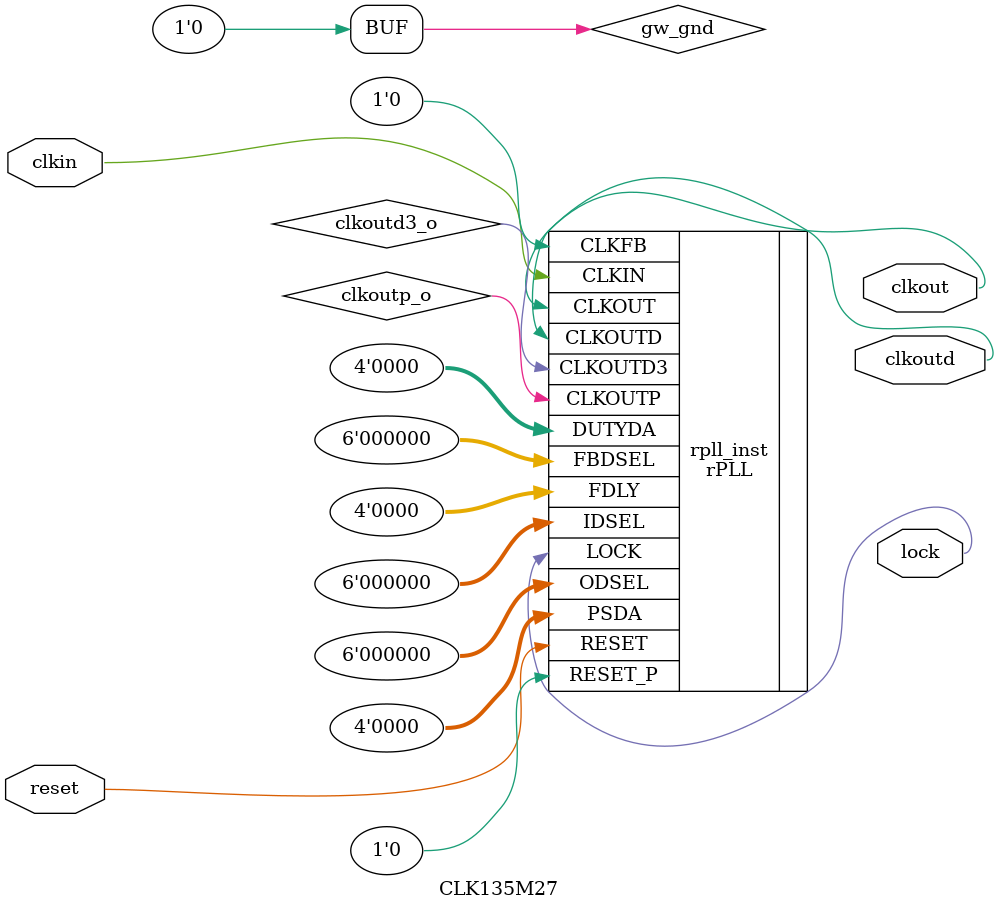
<source format=v>

module CLK135M27 (clkout, lock, clkoutd, reset, clkin);

output clkout;
output lock;
output clkoutd;
input reset;
input clkin;

wire clkoutp_o;
wire clkoutd3_o;
wire gw_gnd;

assign gw_gnd = 1'b0;

rPLL rpll_inst (
    .CLKOUT(clkout),
    .LOCK(lock),
    .CLKOUTP(clkoutp_o),
    .CLKOUTD(clkoutd),
    .CLKOUTD3(clkoutd3_o),
    .RESET(reset),
    .RESET_P(gw_gnd),
    .CLKIN(clkin),
    .CLKFB(gw_gnd),
    .FBDSEL({gw_gnd,gw_gnd,gw_gnd,gw_gnd,gw_gnd,gw_gnd}),
    .IDSEL({gw_gnd,gw_gnd,gw_gnd,gw_gnd,gw_gnd,gw_gnd}),
    .ODSEL({gw_gnd,gw_gnd,gw_gnd,gw_gnd,gw_gnd,gw_gnd}),
    .PSDA({gw_gnd,gw_gnd,gw_gnd,gw_gnd}),
    .DUTYDA({gw_gnd,gw_gnd,gw_gnd,gw_gnd}),
    .FDLY({gw_gnd,gw_gnd,gw_gnd,gw_gnd})
);

defparam rpll_inst.FCLKIN = "27";
defparam rpll_inst.DYN_IDIV_SEL = "false";
defparam rpll_inst.IDIV_SEL = 0;
defparam rpll_inst.DYN_FBDIV_SEL = "false";
defparam rpll_inst.FBDIV_SEL = 4;
defparam rpll_inst.DYN_ODIV_SEL = "false";
defparam rpll_inst.ODIV_SEL = 4;
defparam rpll_inst.PSDA_SEL = "0000";
defparam rpll_inst.DYN_DA_EN = "true";
defparam rpll_inst.DUTYDA_SEL = "1000";
defparam rpll_inst.CLKOUT_FT_DIR = 1'b1;
defparam rpll_inst.CLKOUTP_FT_DIR = 1'b1;
defparam rpll_inst.CLKOUT_DLY_STEP = 0;
defparam rpll_inst.CLKOUTP_DLY_STEP = 0;
defparam rpll_inst.CLKFB_SEL = "internal";
defparam rpll_inst.CLKOUT_BYPASS = "false";
defparam rpll_inst.CLKOUTP_BYPASS = "false";
defparam rpll_inst.CLKOUTD_BYPASS = "true";
defparam rpll_inst.DYN_SDIV_SEL = 2;
defparam rpll_inst.CLKOUTD_SRC = "CLKOUT";
defparam rpll_inst.CLKOUTD3_SRC = "CLKOUT";
defparam rpll_inst.DEVICE = "GW2AR-18C";

endmodule //CLK135M27

</source>
